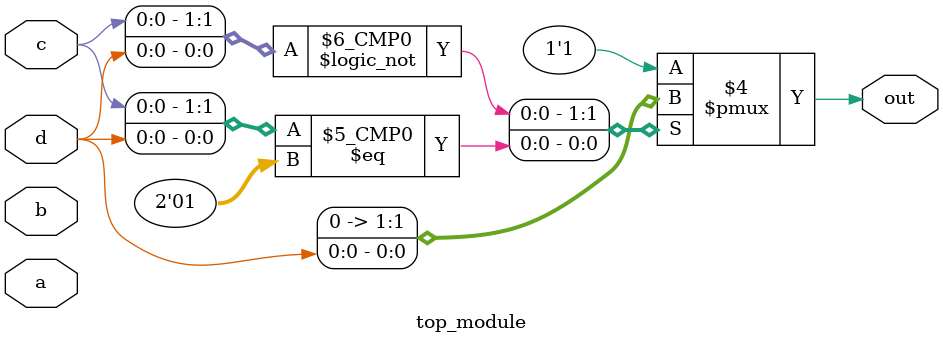
<source format=sv>
module top_module (
    input a, 
    input b,
    input c,
    input d,
    output reg out
);

always @*
begin
    case({c, d})
        2'b00: out = 1'b0;
        2'b01: out = d;
        2'b10: out = 1'b1;
        default: out = 1'b1;
    endcase
end

endmodule

</source>
